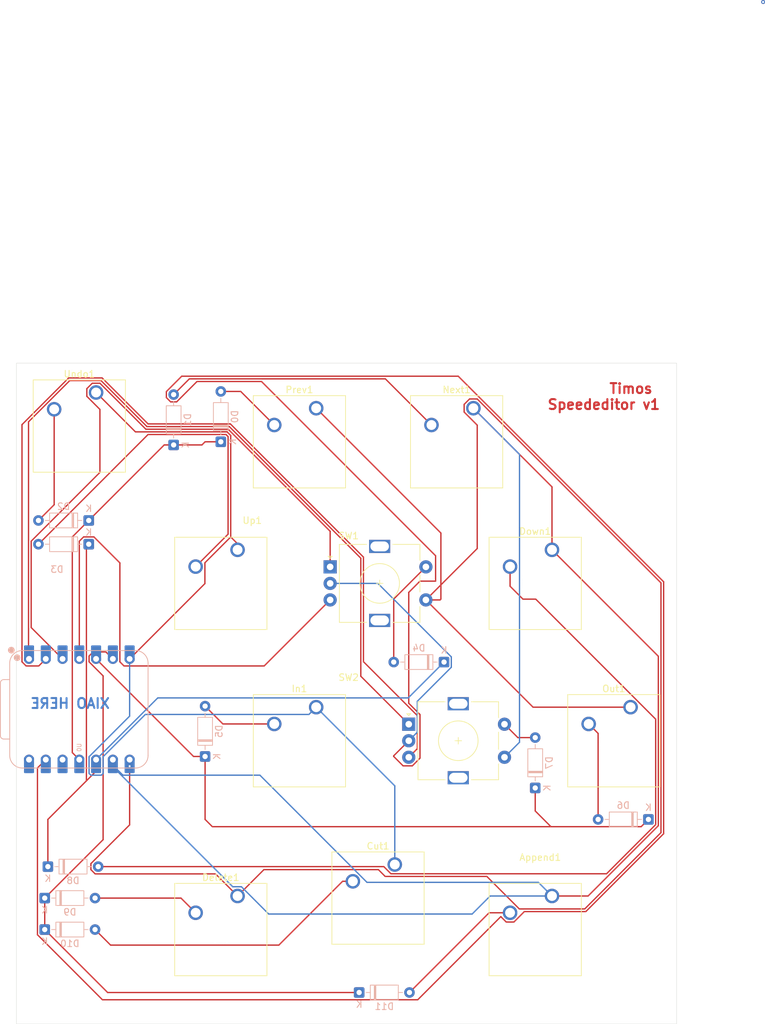
<source format=kicad_pcb>
(kicad_pcb (version 20241229) (generator "pcbnew") (generator_version "9.0")
  (layers (0 "F.Cu" signal) (2 "B.Cu" signal) (13 "F.Paste" user) (15 "B.Paste" user) (5 "F.SilkS" user "F.Silkscreen") (7 "B.SilkS" user "B.Silkscreen") (1 "F.Mask" user) (3 "B.Mask" user) (25 "Edge.Cuts" user))
  (net 0 "")
  (net 1 "Net-(D17-A)")
  (net 2 "/COL2")
  (net 3 "Net-(D6-A)")
  (net 4 "/COL0")
  (net 5 "Net-(D3-A)")
  (net 6 "/ROW0")
  (net 7 "Net-(D4-A)")
  (net 8 "/ROW1")
  (net 9 "Net-(D5-A)")
  (net 10 "/ROW2")
  (net 11 "/ROW3")
  (net 12 "Net-(D7-A)")
  (net 13 "Net-(D8-A)")
  (net 14 "Net-(D9-A)")
  (net 15 "Net-(D10-A)")
  (net 16 "Net-(D11-A)")
  (net 17 "Net-(D13-A)")
  (net 18 "Net-(D15-A)")
  (net 19 "/COL1")
  (net 20 "Net-(U1-GPIO28{slash}ADC2{slash}A2)")
  (net 21 "GND")
  (net 22 "Net-(U1-GPIO29{slash}ADC3{slash}A3)")
  (net 23 "Net-(U1-GPIO26{slash}ADC0{slash}A0)")
  (net 24 "Net-(U1-GPIO27{slash}ADC1{slash}A1)")
  (net 25 "+5V")
  (footprint "Button_Switch_Keyboard:SW_Cherry_MX_1.00u_PCB" (layer "F.Cu") (at 109.69625 54.45125)
    (property "Reference" "Down1" (at -2.54 -2.794 0) (layer "F.SilkS"))
    (property "Value" "SW_Push")
    (pad "" np_thru_hole circle (at -7.62 5.08) (size 1.7 1.7) (drill 1.7) (layers "*.Cu" "*.Mask"))
    (pad "" np_thru_hole circle (at -2.54 5.08) (size 4 4) (drill 4) (layers "*.Cu" "*.Mask"))
    (pad "" np_thru_hole circle (at 2.54 5.08) (size 1.7 1.7) (drill 1.7) (layers "*.Cu" "*.Mask"))
    (pad "1" thru_hole circle (at 0 0) (size 2.2 2.2) (drill 1.5) (layers "*.Cu" "*.Mask") (net 2 "/COL2"))
    (pad "2" thru_hole circle (at -6.35 2.54) (size 2.2 2.2) (drill 1.5) (layers "*.Cu" "*.Mask") (net 17 "Net-(D13-A)"))
  )
  (footprint "Button_Switch_Keyboard:SW_Cherry_MX_1.00u_PCB" (layer "F.Cu") (at 73.9775 78.26375)
    (property "Reference" "In1" (at -2.54 -2.794 0) (layer "F.SilkS"))
    (property "Value" "SW_Push")
    (pad "" np_thru_hole circle (at -7.62 5.08) (size 1.7 1.7) (drill 1.7) (layers "*.Cu" "*.Mask"))
    (pad "" np_thru_hole circle (at -2.54 5.08) (size 4 4) (drill 4) (layers "*.Cu" "*.Mask"))
    (pad "" np_thru_hole circle (at 2.54 5.08) (size 1.7 1.7) (drill 1.7) (layers "*.Cu" "*.Mask"))
    (pad "1" thru_hole circle (at 0 0) (size 2.2 2.2) (drill 1.5) (layers "*.Cu" "*.Mask") (net 4 "/COL0"))
    (pad "2" thru_hole circle (at -6.35 2.54) (size 2.2 2.2) (drill 1.5) (layers "*.Cu" "*.Mask") (net 9 "Net-(D5-A)"))
  )
  (footprint "Button_Switch_Keyboard:SW_Cherry_MX_1.00u_PCB" (layer "F.Cu") (at 85.88375 102.07625)
    (property "Reference" "Cut1" (at -2.54 -2.794 0) (layer "F.SilkS"))
    (property "Value" "SW_Push")
    (pad "" np_thru_hole circle (at -7.62 5.08) (size 1.7 1.7) (drill 1.7) (layers "*.Cu" "*.Mask"))
    (pad "" np_thru_hole circle (at -2.54 5.08) (size 4 4) (drill 4) (layers "*.Cu" "*.Mask"))
    (pad "" np_thru_hole circle (at 2.54 5.08) (size 1.7 1.7) (drill 1.7) (layers "*.Cu" "*.Mask"))
    (pad "1" thru_hole circle (at 0 0) (size 2.2 2.2) (drill 1.5) (layers "*.Cu" "*.Mask") (net 4 "/COL0"))
    (pad "2" thru_hole circle (at -6.35 2.54) (size 2.2 2.2) (drill 1.5) (layers "*.Cu" "*.Mask") (net 3 "Net-(D6-A)"))
  )
  (footprint "Button_Switch_Keyboard:SW_Cherry_MX_1.00u_PCB" (layer "F.Cu") (at 121.6025 78.26375)
    (property "Reference" "Out1" (at -2.54 -2.794 0) (layer "F.SilkS"))
    (property "Value" "SW_Push")
    (pad "" np_thru_hole circle (at -7.62 5.08) (size 1.7 1.7) (drill 1.7) (layers "*.Cu" "*.Mask"))
    (pad "" np_thru_hole circle (at -2.54 5.08) (size 4 4) (drill 4) (layers "*.Cu" "*.Mask"))
    (pad "" np_thru_hole circle (at 2.54 5.08) (size 1.7 1.7) (drill 1.7) (layers "*.Cu" "*.Mask"))
    (pad "1" thru_hole circle (at 0 0) (size 2.2 2.2) (drill 1.5) (layers "*.Cu" "*.Mask") (net 19 "/COL1"))
    (pad "2" thru_hole circle (at -6.35 2.54) (size 2.2 2.2) (drill 1.5) (layers "*.Cu" "*.Mask") (net 14 "Net-(D9-A)"))
  )
  (footprint "Rotary_Encoder:RotaryEncoder_Alps_EC11E-Switch_Vertical_H20mm" (layer "F.Cu") (at 88 80.84375)
    (property "Reference" "SW2" (at -9.10625 -7.08125 0) (layer "F.SilkS"))
    (property "Value" "ENC 2")
    (pad "A" thru_hole rect (at 0 0) (size 2 2) (drill 1) (layers "*.Cu" "*.Mask") (net 23 "Net-(U1-GPIO26{slash}ADC0{slash}A0)"))
    (pad "B" thru_hole circle (at 0 5) (size 2 2) (drill 1) (layers "*.Cu" "*.Mask") (net 24 "Net-(U1-GPIO27{slash}ADC1{slash}A1)"))
    (pad "C" thru_hole circle (at 0 2.5) (size 2 2) (drill 1) (layers "*.Cu" "*.Mask") (net 21 "GND"))
    (pad "MP" thru_hole rect (at 7.5 -3.1) (size 3.2 2) (drill oval 2.8 1.5) (layers "*.Cu" "*.Mask"))
    (pad "MP" thru_hole rect (at 7.5 8.1) (size 3.2 2) (drill oval 2.8 1.5) (layers "*.Cu" "*.Mask"))
    (pad "S1" thru_hole circle (at 14.5 5) (size 2 2) (drill 1) (layers "*.Cu" "*.Mask") (net 2 "/COL2"))
    (pad "S2" thru_hole circle (at 14.5 0) (size 2 2) (drill 1) (layers "*.Cu" "*.Mask") (net 18 "Net-(D15-A)"))
  )
  (footprint "Button_Switch_Keyboard:SW_Cherry_MX_1.00u_PCB" (layer "F.Cu") (at 73.9775 33.02)
    (property "Reference" "Prev1" (at -2.54 -2.794 0) (layer "F.SilkS"))
    (property "Value" "SW_Push")
    (pad "" np_thru_hole circle (at -7.62 5.08) (size 1.7 1.7) (drill 1.7) (layers "*.Cu" "*.Mask"))
    (pad "" np_thru_hole circle (at -2.54 5.08) (size 4 4) (drill 4) (layers "*.Cu" "*.Mask"))
    (pad "" np_thru_hole circle (at 2.54 5.08) (size 1.7 1.7) (drill 1.7) (layers "*.Cu" "*.Mask"))
    (pad "1" thru_hole circle (at 0 0) (size 2.2 2.2) (drill 1.5) (layers "*.Cu" "*.Mask") (net 19 "/COL1"))
    (pad "2" thru_hole circle (at -6.35 2.54) (size 2.2 2.2) (drill 1.5) (layers "*.Cu" "*.Mask") (net 12 "Net-(D7-A)"))
  )
  (footprint "Button_Switch_Keyboard:SW_Cherry_MX_1.00u_PCB" (layer "F.Cu") (at 62.07125 106.83875)
    (property "Reference" "Delete1" (at -2.54 -2.794 0) (layer "F.SilkS"))
    (property "Value" "SW_Push")
    (pad "" np_thru_hole circle (at -7.62 5.08) (size 1.7 1.7) (drill 1.7) (layers "*.Cu" "*.Mask"))
    (pad "" np_thru_hole circle (at -2.54 5.08) (size 4 4) (drill 4) (layers "*.Cu" "*.Mask"))
    (pad "" np_thru_hole circle (at 2.54 5.08) (size 1.7 1.7) (drill 1.7) (layers "*.Cu" "*.Mask"))
    (pad "1" thru_hole circle (at 0 0) (size 2.2 2.2) (drill 1.5) (layers "*.Cu" "*.Mask") (net 19 "/COL1"))
    (pad "2" thru_hole circle (at -6.35 2.54) (size 2.2 2.2) (drill 1.5) (layers "*.Cu" "*.Mask") (net 15 "Net-(D10-A)"))
  )
  (footprint "Button_Switch_Keyboard:SW_Cherry_MX_1.00u_PCB" (layer "F.Cu") (at 62.07125 54.45125)
    (property "Reference" "Up1" (at 2.2225 -4.445 0) (layer "F.SilkS"))
    (property "Value" "SW_Push")
    (pad "" np_thru_hole circle (at -7.62 5.08) (size 1.7 1.7) (drill 1.7) (layers "*.Cu" "*.Mask"))
    (pad "" np_thru_hole circle (at -2.54 5.08) (size 4 4) (drill 4) (layers "*.Cu" "*.Mask"))
    (pad "" np_thru_hole circle (at 2.54 5.08) (size 1.7 1.7) (drill 1.7) (layers "*.Cu" "*.Mask"))
    (pad "1" thru_hole circle (at 0 0) (size 2.2 2.2) (drill 1.5) (layers "*.Cu" "*.Mask") (net 4 "/COL0"))
    (pad "2" thru_hole circle (at -6.35 2.54) (size 2.2 2.2) (drill 1.5) (layers "*.Cu" "*.Mask") (net 7 "Net-(D4-A)"))
  )
  (footprint "Button_Switch_Keyboard:SW_Cherry_MX_1.00u_PCB" (layer "F.Cu") (at 40.64 30.63875)
    (property "Reference" "Undo1" (at -2.54 -2.794 0) (layer "F.SilkS"))
    (property "Value" "SW_Push")
    (pad "" np_thru_hole circle (at -7.62 5.08) (size 1.7 1.7) (drill 1.7) (layers "*.Cu" "*.Mask"))
    (pad "" np_thru_hole circle (at -2.54 5.08) (size 4 4) (drill 4) (layers "*.Cu" "*.Mask"))
    (pad "" np_thru_hole circle (at 2.54 5.08) (size 1.7 1.7) (drill 1.7) (layers "*.Cu" "*.Mask"))
    (pad "1" thru_hole circle (at 0 0) (size 2.2 2.2) (drill 1.5) (layers "*.Cu" "*.Mask") (net 4 "/COL0"))
    (pad "2" thru_hole circle (at -6.35 2.54) (size 2.2 2.2) (drill 1.5) (layers "*.Cu" "*.Mask") (net 5 "Net-(D3-A)"))
  )
  (footprint "Button_Switch_Keyboard:SW_Cherry_MX_1.00u_PCB" (layer "F.Cu") (at 109.69625 106.83875)
    (property "Reference" "Append1" (at -1.77625 -5.83875 0) (layer "F.SilkS"))
    (property "Value" "SW_Push")
    (pad "" np_thru_hole circle (at -7.62 5.08) (size 1.7 1.7) (drill 1.7) (layers "*.Cu" "*.Mask"))
    (pad "" np_thru_hole circle (at -2.54 5.08) (size 4 4) (drill 4) (layers "*.Cu" "*.Mask"))
    (pad "" np_thru_hole circle (at 2.54 5.08) (size 1.7 1.7) (drill 1.7) (layers "*.Cu" "*.Mask"))
    (pad "1" thru_hole circle (at 0 0) (size 2.2 2.2) (drill 1.5) (layers "*.Cu" "*.Mask") (net 2 "/COL2"))
    (pad "2" thru_hole circle (at -6.35 2.54) (size 2.2 2.2) (drill 1.5) (layers "*.Cu" "*.Mask") (net 1 "Net-(D17-A)"))
  )
  (footprint "Rotary_Encoder:RotaryEncoder_Alps_EC11E-Switch_Vertical_H20mm" (layer "F.Cu") (at 76.09375 57.03125)
    (property "Reference" "SW1" (at 2.8 -4.7 0) (layer "F.SilkS"))
    (property "Value" "Jog")
    (pad "A" thru_hole rect (at 0 0) (size 2 2) (drill 1) (layers "*.Cu" "*.Mask") (net 20 "Net-(U1-GPIO28{slash}ADC2{slash}A2)"))
    (pad "B" thru_hole circle (at 0 5) (size 2 2) (drill 1) (layers "*.Cu" "*.Mask") (net 22 "Net-(U1-GPIO29{slash}ADC3{slash}A3)"))
    (pad "C" thru_hole circle (at 0 2.5) (size 2 2) (drill 1) (layers "*.Cu" "*.Mask") (net 21 "GND"))
    (pad "MP" thru_hole rect (at 7.5 -3.1) (size 3.2 2) (drill oval 2.8 1.5) (layers "*.Cu" "*.Mask"))
    (pad "MP" thru_hole rect (at 7.5 8.1) (size 3.2 2) (drill oval 2.8 1.5) (layers "*.Cu" "*.Mask"))
    (pad "S1" thru_hole circle (at 14.5 5) (size 2 2) (drill 1) (layers "*.Cu" "*.Mask") (net 19 "/COL1"))
    (pad "S2" thru_hole circle (at 14.5 0) (size 2 2) (drill 1) (layers "*.Cu" "*.Mask") (net 13 "Net-(D8-A)"))
  )
  (footprint "Button_Switch_Keyboard:SW_Cherry_MX_1.00u_PCB" (layer "F.Cu") (at 97.79 33.02)
    (property "Reference" "Next1" (at -2.54 -2.794 0) (layer "F.SilkS"))
    (property "Value" "SW_Push")
    (pad "" np_thru_hole circle (at -7.62 5.08) (size 1.7 1.7) (drill 1.7) (layers "*.Cu" "*.Mask"))
    (pad "" np_thru_hole circle (at -2.54 5.08) (size 4 4) (drill 4) (layers "*.Cu" "*.Mask"))
    (pad "" np_thru_hole circle (at 2.54 5.08) (size 1.7 1.7) (drill 1.7) (layers "*.Cu" "*.Mask"))
    (pad "1" thru_hole circle (at 0 0) (size 2.2 2.2) (drill 1.5) (layers "*.Cu" "*.Mask") (net 2 "/COL2"))
    (pad "2" thru_hole circle (at -6.35 2.54) (size 2.2 2.2) (drill 1.5) (layers "*.Cu" "*.Mask") (net 16 "Net-(D11-A)"))
  )
  (footprint "Diode_THT:D_DO-35_SOD27_P7.62mm_Horizontal" (layer "B.Cu") (at 52.3875 38.57625 90)
    (property "Reference" "D1" (at 3.81 2.12 90) (layer "B.SilkS") (effects (justify mirror)))
    (property "Value" "1N4148")
    (fp_text user "K" (at 0 1.8 90) (layer "B.SilkS") (effects (justify mirror)))
    (pad "1" thru_hole roundrect (at 0 0 90) (size 1.6 1.6) (drill 0.8) (layers "*.Cu" "*.Mask") (roundrect_rratio 0.15625) (net 6 "/ROW0"))
    (pad "2" thru_hole circle (at 7.62 0 90) (size 1.6 1.6) (drill 0.8) (layers "*.Cu" "*.Mask") (net 16 "Net-(D11-A)"))
  )
  (footprint "OPL Lib:XIAO-RP2040-DIP" (layer "B.Cu") (at 38.1 78.58125 -90)
    (property "Reference" "U0" (at 5.77875 0.01 90) (layer "B.SilkS") (effects (font (size 0.635 0.635) (thickness 0.1016)) (justify mirror)))
    (property "Value" "XIAO-RP2040-DIP")
    (pad "1" smd roundrect (at -8.455 7.62 90) (size 2.432 1.524) (layers "B.Cu" "B.Mask") (roundrect_rratio 0.1) (net 23 "Net-(U1-GPIO26{slash}ADC0{slash}A0)"))
    (pad "1" thru_hole circle (at -7.62 7.62 90) (size 1.524 1.524) (drill 0.889) (layers "*.Cu" "*.Mask") (net 23 "Net-(U1-GPIO26{slash}ADC0{slash}A0)"))
    (pad "2" smd roundrect (at -8.455 5.08 90) (size 2.432 1.524) (layers "B.Cu" "B.Mask") (roundrect_rratio 0.1) (net 24 "Net-(U1-GPIO27{slash}ADC1{slash}A1)"))
    (pad "2" thru_hole circle (at -7.62 5.08 90) (size 1.524 1.524) (drill 0.889) (layers "*.Cu" "*.Mask") (net 24 "Net-(U1-GPIO27{slash}ADC1{slash}A1)"))
    (pad "3" smd roundrect (at -8.455 2.54 90) (size 2.432 1.524) (layers "B.Cu" "B.Mask") (roundrect_rratio 0.1) (net 20 "Net-(U1-GPIO28{slash}ADC2{slash}A2)"))
    (pad "3" thru_hole circle (at -7.62 2.54 90) (size 1.524 1.524) (drill 0.889) (layers "*.Cu" "*.Mask") (net 20 "Net-(U1-GPIO28{slash}ADC2{slash}A2)"))
    (pad "4" smd roundrect (at -8.455 0 90) (size 2.432 1.524) (layers "B.Cu" "B.Mask") (roundrect_rratio 0.1) (net 22 "Net-(U1-GPIO29{slash}ADC3{slash}A3)"))
    (pad "4" thru_hole circle (at -7.62 0 90) (size 1.524 1.524) (drill 0.889) (layers "*.Cu" "*.Mask") (net 22 "Net-(U1-GPIO29{slash}ADC3{slash}A3)"))
    (pad "5" smd roundrect (at -8.455 -2.54 90) (size 2.432 1.524) (layers "B.Cu" "B.Mask") (roundrect_rratio 0.1) (net 10 "/ROW2"))
    (pad "5" thru_hole circle (at -7.62 -2.54 90) (size 1.524 1.524) (drill 0.889) (layers "*.Cu" "*.Mask") (net 10 "/ROW2"))
    (pad "6" smd roundrect (at -8.455 -5.08 90) (size 2.432 1.524) (layers "B.Cu" "B.Mask") (roundrect_rratio 0.1) (net 11 "/ROW3"))
    (pad "6" thru_hole circle (at -7.62 -5.08 90) (size 1.524 1.524) (drill 0.889) (layers "*.Cu" "*.Mask") (net 11 "/ROW3"))
    (pad "7" smd roundrect (at -8.455 -7.62 90) (size 2.432 1.524) (layers "B.Cu" "B.Mask") (roundrect_rratio 0.1) (net 4 "/COL0"))
    (pad "7" thru_hole circle (at -7.62 -7.62 90) (size 1.524 1.524) (drill 0.889) (layers "*.Cu" "*.Mask") (net 4 "/COL0"))
    (pad "8" thru_hole circle (at 7.62 -7.62 270) (size 1.524 1.524) (drill 0.889) (layers "*.Cu" "*.Mask") (net 19 "/COL1"))
    (pad "8" smd roundrect (at 8.455 -7.62 270) (size 2.432 1.524) (layers "B.Cu" "B.Mask") (roundrect_rratio 0.1) (net 19 "/COL1"))
    (pad "9" thru_hole circle (at 7.62 -5.08 270) (size 1.524 1.524) (drill 0.889) (layers "*.Cu" "*.Mask") (net 2 "/COL2"))
    (pad "9" smd roundrect (at 8.455 -5.08 270) (size 2.432 1.524) (layers "B.Cu" "B.Mask") (roundrect_rratio 0.1) (net 2 "/COL2"))
    (pad "10" thru_hole circle (at 7.62 -2.54 270) (size 1.524 1.524) (drill 0.889) (layers "*.Cu" "*.Mask") (net 8 "/ROW1"))
    (pad "10" smd roundrect (at 8.455 -2.54 270) (size 2.432 1.524) (layers "B.Cu" "B.Mask") (roundrect_rratio 0.1) (net 8 "/ROW1"))
    (pad "11" thru_hole circle (at 7.62 0 270) (size 1.524 1.524) (drill 0.889) (layers "*.Cu" "*.Mask") (net 6 "/ROW0"))
    (pad "11" smd roundrect (at 8.455 0 270) (size 2.432 1.524) (layers "B.Cu" "B.Mask") (roundrect_rratio 0.1) (net 6 "/ROW0"))
    (pad "12" thru_hole circle (at 7.62 2.54 270) (size 1.524 1.524) (drill 0.889) (layers "*.Cu" "*.Mask"))
    (pad "12" smd roundrect (at 8.455 2.54 270) (size 2.432 1.524) (layers "B.Cu" "B.Mask") (roundrect_rratio 0.1))
    (pad "13" thru_hole circle (at 7.62 5.08 270) (size 1.524 1.524) (drill 0.889) (layers "*.Cu" "*.Mask") (net 21 "GND"))
    (pad "13" smd roundrect (at 8.455 5.08 270) (size 2.432 1.524) (layers "B.Cu" "B.Mask") (roundrect_rratio 0.1) (net 21 "GND"))
    (pad "14" thru_hole circle (at 7.62 7.62 270) (size 1.524 1.524) (drill 0.889) (layers "*.Cu" "*.Mask") (net 25 "+5V"))
    (pad "14" smd roundrect (at 8.455 7.62 270) (size 2.432 1.524) (layers "B.Cu" "B.Mask") (roundrect_rratio 0.1) (net 25 "+5V"))
  )
  (footprint "Diode_THT:D_DO-35_SOD27_P7.62mm_Horizontal" (layer "B.Cu") (at 107.15625 90.4875 90)
    (property "Reference" "D7" (at 3.81 2.12 90) (layer "B.SilkS") (effects (justify mirror)))
    (property "Value" "1N4148")
    (fp_text user "K" (at 0 1.8 90) (layer "B.SilkS") (effects (justify mirror)))
    (pad "1" thru_hole roundrect (at 0 0 90) (size 1.6 1.6) (drill 0.8) (layers "*.Cu" "*.Mask") (roundrect_rratio 0.15625) (net 10 "/ROW2"))
    (pad "2" thru_hole circle (at 7.62 0 90) (size 1.6 1.6) (drill 0.8) (layers "*.Cu" "*.Mask") (net 18 "Net-(D15-A)"))
  )
  (footprint "Diode_THT:D_DO-35_SOD27_P7.62mm_Horizontal" (layer "B.Cu") (at 39.52875 50.00625 180)
    (property "Reference" "D2" (at 3.81 2.12 0) (layer "B.SilkS") (effects (justify mirror)))
    (property "Value" "1N4148")
    (fp_text user "K" (at 0 1.8 0) (layer "B.SilkS") (effects (justify mirror)))
    (pad "1" thru_hole roundrect (at 0 0 180) (size 1.6 1.6) (drill 0.8) (layers "*.Cu" "*.Mask") (roundrect_rratio 0.15625) (net 6 "/ROW0"))
    (pad "2" thru_hole circle (at 7.62 0 180) (size 1.6 1.6) (drill 0.8) (layers "*.Cu" "*.Mask") (net 5 "Net-(D3-A)"))
  )
  (footprint "Diode_THT:D_DO-35_SOD27_P7.62mm_Horizontal" (layer "B.Cu") (at 32.86125 107.15625)
    (property "Reference" "D9" (at 3.81 2.12 0) (layer "B.SilkS") (effects (justify mirror)))
    (property "Value" "1N4148")
    (fp_text user "K" (at 0 1.8 0) (layer "B.SilkS") (effects (justify mirror)))
    (pad "1" thru_hole roundrect (at 0 0) (size 1.6 1.6) (drill 0.8) (layers "*.Cu" "*.Mask") (roundrect_rratio 0.15625) (net 11 "/ROW3"))
    (pad "2" thru_hole circle (at 7.62 0) (size 1.6 1.6) (drill 0.8) (layers "*.Cu" "*.Mask") (net 15 "Net-(D10-A)"))
  )
  (footprint "Diode_THT:D_DO-35_SOD27_P7.62mm_Horizontal" (layer "B.Cu") (at 124.30125 95.25 180)
    (property "Reference" "D6" (at 3.81 2.12 0) (layer "B.SilkS") (effects (justify mirror)))
    (property "Value" "1N4148")
    (fp_text user "K" (at 0 1.8 0) (layer "B.SilkS") (effects (justify mirror)))
    (pad "1" thru_hole roundrect (at 0 0 180) (size 1.6 1.6) (drill 0.8) (layers "*.Cu" "*.Mask") (roundrect_rratio 0.15625) (net 10 "/ROW2"))
    (pad "2" thru_hole circle (at 7.62 0 180) (size 1.6 1.6) (drill 0.8) (layers "*.Cu" "*.Mask") (net 14 "Net-(D9-A)"))
  )
  (footprint "Diode_THT:D_DO-35_SOD27_P7.62mm_Horizontal" (layer "B.Cu") (at 59.53125 38.1 90)
    (property "Reference" "D0" (at 3.81 2.12 90) (layer "B.SilkS") (effects (justify mirror)))
    (property "Value" "1N4148")
    (fp_text user "K" (at 0 1.8 90) (layer "B.SilkS") (effects (justify mirror)))
    (pad "1" thru_hole roundrect (at 0 0 90) (size 1.6 1.6) (drill 0.8) (layers "*.Cu" "*.Mask") (roundrect_rratio 0.15625) (net 6 "/ROW0"))
    (pad "2" thru_hole circle (at 7.62 0 90) (size 1.6 1.6) (drill 0.8) (layers "*.Cu" "*.Mask") (net 12 "Net-(D7-A)"))
  )
  (footprint "Diode_THT:D_DO-35_SOD27_P7.62mm_Horizontal" (layer "B.Cu") (at 57.15 85.725 90)
    (property "Reference" "D5" (at 3.81 2.12 90) (layer "B.SilkS") (effects (justify mirror)))
    (property "Value" "1N4148")
    (fp_text user "K" (at 0 1.8 90) (layer "B.SilkS") (effects (justify mirror)))
    (pad "1" thru_hole roundrect (at 0 0 90) (size 1.6 1.6) (drill 0.8) (layers "*.Cu" "*.Mask") (roundrect_rratio 0.15625) (net 10 "/ROW2"))
    (pad "2" thru_hole circle (at 7.62 0 90) (size 1.6 1.6) (drill 0.8) (layers "*.Cu" "*.Mask") (net 9 "Net-(D5-A)"))
  )
  (footprint "Diode_THT:D_DO-35_SOD27_P7.62mm_Horizontal" (layer "B.Cu") (at 80.48625 121.44375)
    (property "Reference" "D11" (at 3.81 2.12 0) (layer "B.SilkS") (effects (justify mirror)))
    (property "Value" "1N4148")
    (fp_text user "K" (at 0 1.8 0) (layer "B.SilkS") (effects (justify mirror)))
    (pad "1" thru_hole roundrect (at 0 0) (size 1.6 1.6) (drill 0.8) (layers "*.Cu" "*.Mask") (roundrect_rratio 0.15625) (net 11 "/ROW3"))
    (pad "2" thru_hole circle (at 7.62 0) (size 1.6 1.6) (drill 0.8) (layers "*.Cu" "*.Mask") (net 1 "Net-(D17-A)"))
  )
  (footprint "Diode_THT:D_DO-35_SOD27_P7.62mm_Horizontal" (layer "B.Cu") (at 93.345 71.4375 180)
    (property "Reference" "D4" (at 3.81 2.12 0) (layer "B.SilkS") (effects (justify mirror)))
    (property "Value" "1N4148")
    (fp_text user "K" (at 0 1.8 0) (layer "B.SilkS") (effects (justify mirror)))
    (pad "1" thru_hole roundrect (at 0 0 180) (size 1.6 1.6) (drill 0.8) (layers "*.Cu" "*.Mask") (roundrect_rratio 0.15625) (net 8 "/ROW1"))
    (pad "2" thru_hole circle (at 7.62 0 180) (size 1.6 1.6) (drill 0.8) (layers "*.Cu" "*.Mask") (net 13 "Net-(D8-A)"))
  )
  (footprint "Diode_THT:D_DO-35_SOD27_P7.62mm_Horizontal" (layer "B.Cu") (at 32.86125 111.91875)
    (property "Reference" "D10" (at 3.81 2.12 0) (layer "B.SilkS") (effects (justify mirror)))
    (property "Value" "1N4148")
    (fp_text user "K" (at 0 1.8 0) (layer "B.SilkS") (effects (justify mirror)))
    (pad "1" thru_hole roundrect (at 0 0) (size 1.6 1.6) (drill 0.8) (layers "*.Cu" "*.Mask") (roundrect_rratio 0.15625) (net 11 "/ROW3"))
    (pad "2" thru_hole circle (at 7.62 0) (size 1.6 1.6) (drill 0.8) (layers "*.Cu" "*.Mask") (net 3 "Net-(D6-A)"))
  )
  (footprint "Diode_THT:D_DO-35_SOD27_P7.62mm_Horizontal" (layer "B.Cu") (at 39.52875 53.6 180)
    (property "Reference" "D3" (at 4.80875 -3.81 0) (layer "B.SilkS") (effects (justify mirror)))
    (property "Value" "1N4148")
    (fp_text user "K" (at 0 1.8 0) (layer "B.SilkS") (effects (justify mirror)))
    (pad "1" thru_hole roundrect (at 0 0 180) (size 1.6 1.6) (drill 0.8) (layers "*.Cu" "*.Mask") (roundrect_rratio 0.15625) (net 8 "/ROW1"))
    (pad "2" thru_hole circle (at 7.62 0 180) (size 1.6 1.6) (drill 0.8) (layers "*.Cu" "*.Mask") (net 7 "Net-(D4-A)"))
  )
  (footprint "Diode_THT:D_DO-35_SOD27_P7.62mm_Horizontal" (layer "B.Cu") (at 33.3375 102.39375)
    (property "Reference" "D8" (at 3.81 2.12 0) (layer "B.SilkS") (effects (justify mirror)))
    (property "Value" "1N4148")
    (fp_text user "K" (at 0 1.8 0) (layer "B.SilkS") (effects (justify mirror)))
    (pad "1" thru_hole roundrect (at 0 0) (size 1.6 1.6) (drill 0.8) (layers "*.Cu" "*.Mask") (roundrect_rratio 0.15625) (net 8 "/ROW1"))
    (pad "2" thru_hole circle (at 7.62 0) (size 1.6 1.6) (drill 0.8) (layers "*.Cu" "*.Mask") (net 17 "Net-(D13-A)"))
  )
  (gr_rect (start 28.575 26.19375) (end 128.575 126.19375) (stroke (width 0.05)) (fill no) (layer "Edge.Cuts"))
  (gr_text "Timos \nSpeededitor v1" (at 126.20625 33.3375 0) (layer "F.Cu") (effects (font (size 1.5 1.5) (thickness 0.3) (bold yes)) (justify right bottom)))
  (gr_text "XIAO HERE" (at 42.8625 78.58125 -0) (layer "B.Cu") (effects (font (size 1.5 1.5) (thickness 0.3) (bold yes)) (justify left bottom mirror)))
  (via (at 141.68 -28.46) (size 0.6) (drill 0.3) (layers "F.Cu" "B.Cu") (net 0))
  (segment (start 103.34625 109.37875) (end 100.17125 109.37875) (width 0.2) (layer "F.Cu") (net 1))
  (segment (start 100.17125 109.37875) (end 88.10625 121.44375) (width 0.2) (layer "F.Cu") (net 1))
  (segment (start 109.69625 44.92625) (end 97.79 33.02) (width 0.2) (layer "F.Cu") (net 2))
  (segment (start 109.69625 54.61) (end 109.5375 54.76875) (width 0.2) (layer "F.Cu") (net 2))
  (segment (start 109.69625 106.83875) (end 115.16576 106.83875) (width 0.2) (layer "F.Cu") (net 2))
  (segment (start 125.80325 96.20126) (end 125.80325 70.55825) (width 0.2) (layer "F.Cu") (net 2))
  (segment (start 115.16576 106.83875) (end 125.80325 96.20126) (width 0.2) (layer "F.Cu") (net 2))
  (segment (start 109.69625 54.45125) (end 109.69625 44.92625) (width 0.2) (layer "F.Cu") (net 2))
  (segment (start 109.69625 54.45125) (end 109.69625 54.61) (width 0.2) (layer "F.Cu") (net 2))
  (segment (start 125.80325 70.55825) (end 109.69625 54.45125) (width 0.2) (layer "F.Cu") (net 2))
  (segment (start 104.775 40.005) (end 104.775 83.56875) (width 0.2) (layer "B.Cu") (net 2))
  (segment (start 109.69625 106.83875) (end 100.33 106.83875) (width 0.2) (layer "B.Cu") (net 2))
  (segment (start 43.18 87.27888) (end 43.18 86.20125) (width 0.2) (layer "B.Cu") (net 2))
  (segment (start 65.452064 88.55325) (end 44.697 88.55325) (width 0.2) (layer "B.Cu") (net 2))
  (segment (start 97.79 33.02) (end 104.775 40.005) (width 0.2) (layer "B.Cu") (net 2))
  (segment (start 104.775 83.56875) (end 102.5 85.84375) (width 0.2) (layer "B.Cu") (net 2))
  (segment (start 61.33887 105.43775) (end 43.18 87.27888) (width 0.2) (layer "B.Cu") (net 2))
  (segment (start 81.673814 104.775) (end 65.452064 88.55325) (width 0.2) (layer "B.Cu") (net 2))
  (segment (start 109.69625 106.83875) (end 107.6325 104.775) (width 0.2) (layer "B.Cu") (net 2))
  (segment (start 66.781564 109.56775) (end 62.651564 105.43775) (width 0.2) (layer "B.Cu") (net 2))
  (segment (start 97.601 109.56775) (end 66.781564 109.56775) (width 0.2) (layer "B.Cu") (net 2))
  (segment (start 107.6325 104.775) (end 81.673814 104.775) (width 0.2) (layer "B.Cu") (net 2))
  (segment (start 62.651564 105.43775) (end 61.33887 105.43775) (width 0.2) (layer "B.Cu") (net 2))
  (segment (start 100.33 106.83875) (end 97.601 109.56775) (width 0.2) (layer "B.Cu") (net 2))
  (segment (start 44.697 88.55325) (end 43.18 87.03625) (width 0.2) (layer "B.Cu") (net 2))
  (segment (start 77.978116 104.61625) (end 79.53375 104.61625) (width 0.2) (layer "F.Cu") (net 3))
  (segment (start 42.83225 114.26975) (end 68.324616 114.26975) (width 0.2) (layer "F.Cu") (net 3))
  (segment (start 68.324616 114.26975) (end 77.978116 104.61625) (width 0.2) (layer "F.Cu") (net 3))
  (segment (start 40.48125 111.91875) (end 42.83225 114.26975) (width 0.2) (layer "F.Cu") (net 3))
  (segment (start 62.07125 53.537936) (end 61.03325 52.499936) (width 0.2) (layer "F.Cu") (net 4))
  (segment (start 40.64 30.63875) (end 46.59925 36.598) (width 0.2) (layer "F.Cu") (net 4))
  (segment (start 62.07125 54.45125) (end 62.07125 53.537936) (width 0.2) (layer "F.Cu") (net 4))
  (segment (start 46.59925 36.598) (end 60.48251 36.598) (width 0.2) (layer "F.Cu") (net 4))
  (segment (start 61.03325 37.14874) (end 61.03325 52.499936) (width 0.2) (layer "F.Cu") (net 4))
  (segment (start 61.03325 52.499936) (end 57.12225 56.410936) (width 0.2) (layer "F.Cu") (net 4))
  (segment (start 57.12225 56.410936) (end 57.12225 59.559) (width 0.2) (layer "F.Cu") (net 4))
  (segment (start 57.12225 59.559) (end 45.72 70.96125) (width 0.2) (layer "F.Cu") (net 4))
  (segment (start 60.48251 36.598) (end 61.03325 37.14874) (width 0.2) (layer "F.Cu") (net 4))
  (segment (start 85.88375 90.17) (end 73.9775 78.26375) (width 0.2) (layer "B.Cu") (net 4))
  (segment (start 48.100191 79.363749) (end 72.877501 79.363749) (width 0.2) (layer "B.Cu") (net 4))
  (segment (start 39.838374 88.55325) (end 41.441626 88.55325) (width 0.2) (layer "B.Cu") (net 4))
  (segment (start 45.72 70.96125) (end 45.72 79.61794) (width 0.2) (layer "B.Cu") (net 4))
  (segment (start 45.72 79.61794) (end 39.577 85.76094) (width 0.2) (layer "B.Cu") (net 4))
  (segment (start 41.441626 88.55325) (end 41.703 88.291876) (width 0.2) (layer "B.Cu") (net 4))
  (segment (start 41.703 88.291876) (end 41.703 85.76094) (width 0.2) (layer "B.Cu") (net 4))
  (segment (start 39.577 85.76094) (end 39.577 88.291876) (width 0.2) (layer "B.Cu") (net 4))
  (segment (start 85.88375 102.07625) (end 85.88375 90.17) (width 0.2) (layer "B.Cu") (net 4))
  (segment (start 41.703 85.76094) (end 48.100191 79.363749) (width 0.2) (layer "B.Cu") (net 4))
  (segment (start 39.577 88.291876) (end 39.838374 88.55325) (width 0.2) (layer "B.Cu") (net 4))
  (segment (start 72.877501 79.363749) (end 73.9775 78.26375) (width 0.2) (layer "B.Cu") (net 4))
  (segment (start 34.29 47.625) (end 34.29 33.17875) (width 0.2) (layer "F.Cu") (net 5))
  (segment (start 31.90875 50.00625) (end 34.29 47.625) (width 0.2) (layer "F.Cu") (net 5))
  (segment (start 39.52875 50.00625) (end 37.037 52.498) (width 0.2) (layer "F.Cu") (net 6))
  (segment (start 37.037 85.13825) (end 38.1 86.20125) (width 0.2) (layer "F.Cu") (net 6))
  (segment (start 50.95875 38.57625) (end 39.52875 50.00625) (width 0.2) (layer "F.Cu") (net 6))
  (segment (start 52.3875 38.57625) (end 50.95875 38.57625) (width 0.2) (layer "F.Cu") (net 6))
  (segment (start 59.53125 38.1) (end 57.15 38.1) (width 0.2) (layer "F.Cu") (net 6))
  (segment (start 37.037 52.498) (end 37.037 85.13825) (width 0.2) (layer "F.Cu") (net 6))
  (segment (start 56.67375 38.57625) (end 52.3875 38.57625) (width 0.2) (layer "F.Cu") (net 6))
  (segment (start 57.15 38.1) (end 56.67375 38.57625) (width 0.2) (layer "F.Cu") (net 6))
  (segment (start 48.50975 36.999) (end 60.31641 36.999) (width 0.2) (layer "F.Cu") (net 7))
  (segment (start 60.63225 37.31484) (end 60.63225 52.08025) (width 0.2) (layer "F.Cu") (net 7))
  (segment (start 60.31641 36.999) (end 60.63225 37.31484) (width 0.2) (layer "F.Cu") (net 7))
  (segment (start 31.90875 53.6) (end 48.50975 36.999) (width 0.2) (layer "F.Cu") (net 7))
  (segment (start 60.63225 52.08025) (end 55.72125 56.99125) (width 0.2) (layer "F.Cu") (net 7))
  (segment (start 40.64 86.20125) (end 40.64 87.9475) (width 0.2) (layer "F.Cu") (net 8))
  (segment (start 33.3375 102.39375) (end 33.3375 95.25) (width 0.2) (layer "F.Cu") (net 8))
  (segment (start 40.64 87.9475) (end 39.176 89.4115) (width 0.2) (layer "F.Cu") (net 8))
  (segment (start 39.176 89.4115) (end 39.176 53.95275) (width 0.2) (layer "F.Cu") (net 8))
  (segment (start 39.176 53.95275) (end 39.52875 53.6) (width 0.2) (layer "F.Cu") (net 8))
  (segment (start 33.3375 95.25) (end 39.176 89.4115) (width 0.2) (layer "F.Cu") (net 8))
  (segment (start 49.9785 76.86275) (end 40.64 86.20125) (width 0.2) (layer "B.Cu") (net 8))
  (segment (start 93.345 71.4375) (end 87.91975 76.86275) (width 0.2) (layer "B.Cu") (net 8))
  (segment (start 87.91975 76.86275) (end 49.9785 76.86275) (width 0.2) (layer "B.Cu") (net 8))
  (segment (start 59.84875 80.80375) (end 57.15 78.105) (width 0.2) (layer "F.Cu") (net 9))
  (segment (start 67.6275 80.80375) (end 59.84875 80.80375) (width 0.2) (layer "F.Cu") (net 9))
  (segment (start 124.30125 95.25) (end 123.20025 96.351) (width 0.2) (layer "F.Cu") (net 10))
  (segment (start 55.40375 85.725) (end 40.64 70.96125) (width 0.2) (layer "F.Cu") (net 10))
  (segment (start 57.15 85.725) (end 55.40375 85.725) (width 0.2) (layer "F.Cu") (net 10))
  (segment (start 58.251 96.351) (end 57.15 95.25) (width 0.2) (layer "F.Cu") (net 10))
  (segment (start 57.15 95.25) (end 57.15 85.725) (width 0.2) (layer "F.Cu") (net 10))
  (segment (start 109.5375 96.351) (end 58.251 96.351) (width 0.2) (layer "F.Cu") (net 10))
  (segment (start 107.15625 90.4875) (end 107.15625 93.96975) (width 0.2) (layer "F.Cu") (net 10))
  (segment (start 123.20025 96.351) (end 109.5375 96.351) (width 0.2) (layer "F.Cu") (net 10))
  (segment (start 107.15625 93.96975) (end 109.5375 96.351) (width 0.2) (layer "F.Cu") (net 10))
  (segment (start 42.38625 121.44375) (end 32.86125 111.91875) (width 0.2) (layer "F.Cu") (net 11))
  (segment (start 39.577 71.40156) (end 39.577 70.52094) (width 0.2) (layer "F.Cu") (net 11))
  (segment (start 39.577 70.52094) (end 40.19969 69.89825) (width 0.2) (layer "F.Cu") (net 11))
  (segment (start 40.19969 69.89825) (end 42.117 69.89825) (width 0.2) (layer "F.Cu") (net 11))
  (segment (start 42.117 69.89825) (end 43.18 70.96125) (width 0.2) (layer "F.Cu") (net 11))
  (segment (start 32.86125 111.91875) (end 32.86125 107.15625) (width 0.2) (layer "F.Cu") (net 11))
  (segment (start 41.703 98.3145) (end 41.703 73.52756) (width 0.2) (layer "F.Cu") (net 11))
  (segment (start 32.86125 107.15625) (end 41.703 98.3145) (width 0.2) (layer "F.Cu") (net 11))
  (segment (start 80.48625 121.44375) (end 42.38625 121.44375) (width 0.2) (layer "F.Cu") (net 11))
  (segment (start 41.703 73.52756) (end 39.577 71.40156) (width 0.2) (layer "F.Cu") (net 11))
  (segment (start 62.5475 30.48) (end 67.6275 35.56) (width 0.2) (layer "F.Cu") (net 12))
  (segment (start 59.53125 30.48) (end 62.5475 30.48) (width 0.2) (layer "F.Cu") (net 12))
  (segment (start 90.59375 57.03125) (end 85.725 61.9) (width 0.2) (layer "F.Cu") (net 13))
  (segment (start 85.725 61.9) (end 85.725 71.4375) (width 0.2) (layer "F.Cu") (net 13))
  (segment (start 115.2525 80.80375) (end 116.68125 82.2325) (width 0.2) (layer "F.Cu") (net 14))
  (segment (start 116.68125 82.2325) (end 116.68125 95.25) (width 0.2) (layer "F.Cu") (net 14))
  (segment (start 40.48125 107.15625) (end 53.49875 107.15625) (width 0.2) (layer "F.Cu") (net 15))
  (segment (start 53.49875 107.15625) (end 55.72125 109.37875) (width 0.2) (layer "F.Cu") (net 15))
  (segment (start 54.76875 28.575) (end 52.3875 30.95625) (width 0.2) (layer "F.Cu") (net 16))
  (segment (start 91.44 35.56) (end 84.455 28.575) (width 0.2) (layer "F.Cu") (net 16))
  (segment (start 84.455 28.575) (end 54.76875 28.575) (width 0.2) (layer "F.Cu") (net 16))
  (segment (start 84.219936 102.39375) (end 85.303436 103.47725) (width 0.2) (layer "F.Cu") (net 17))
  (segment (start 103.34625 59.95972) (end 103.34625 56.99125) (width 0.2) (layer "F.Cu") (net 17))
  (segment (start 105.29903 61.9125) (end 103.34625 59.95972) (width 0.2) (layer "F.Cu") (net 17))
  (segment (start 117.96016 103.47725) (end 125.40225 96.03516) (width 0.2) (layer "F.Cu") (net 17))
  (segment (start 107.232564 61.9125) (end 105.29903 61.9125) (width 0.2) (layer "F.Cu") (net 17))
  (segment (start 125.40225 96.03516) (end 125.40225 80.082186) (width 0.2) (layer "F.Cu") (net 17))
  (segment (start 40.9575 102.39375) (end 84.219936 102.39375) (width 0.2) (layer "F.Cu") (net 17))
  (segment (start 85.303436 103.47725) (end 117.96016 103.47725) (width 0.2) (layer "F.Cu") (net 17))
  (segment (start 125.40225 80.082186) (end 107.232564 61.9125) (width 0.2) (layer "F.Cu") (net 17))
  (segment (start 104.52375 82.8675) (end 102.5 80.84375) (width 0.2) (layer "F.Cu") (net 18))
  (segment (start 107.15625 82.8675) (end 104.52375 82.8675) (width 0.2) (layer "F.Cu") (net 18))
  (segment (start 97.209686 31.619) (end 98.370314 31.619) (width 0.2) (layer "F.Cu") (net 19))
  (segment (start 96.389 32.439686) (end 97.209686 31.619) (width 0.2) (layer "F.Cu") (net 19))
  (segment (start 98.370314 35.581628) (end 96.389 33.600314) (width 0.2) (layer "F.Cu") (net 19))
  (segment (start 104.74725 108.798436) (end 99.827064 103.87825) (width 0.2) (layer "F.Cu") (net 19))
  (segment (start 62.07125 106.83875) (end 58.72725 103.49475) (width 0.2) (layer "F.Cu") (net 19))
  (segment (start 106.82625 78.26375) (end 90.59375 62.03125) (width 0.2) (layer "F.Cu") (net 19))
  (segment (start 121.6025 78.26375) (end 106.82625 78.26375) (width 0.2) (layer "F.Cu") (net 19))
  (segment (start 83.3988 102.8498) (end 66.0602 102.8498) (width 0.2) (layer "F.Cu") (net 19))
  (segment (start 39.8565 102.8498) (end 39.8565 101.9377) (width 0.2) (layer "F.Cu") (net 19))
  (segment (start 39.8565 101.9377) (end 45.72 96.0742) (width 0.2) (layer "F.Cu") (net 19))
  (segment (start 96.389 33.600314) (end 96.389 32.439686) (width 0.2) (layer "F.Cu") (net 19))
  (segment (start 40.50145 103.49475) (end 39.8565 102.8498) (width 0.2) (layer "F.Cu") (net 19))
  (segment (start 98.370314 54.254686) (end 98.370314 35.581628) (width 0.2) (layer "F.Cu") (net 19))
  (segment (start 92.86875 61.9125) (end 92.75 62.03125) (width 0.2) (layer "F.Cu") (net 19))
  (segment (start 73.9775 33.02) (end 92.86875 51.91125) (width 0.2) (layer "F.Cu") (net 19))
  (segment (start 126.20425 97.24722) (end 114.653034 108.798436) (width 0.2) (layer "F.Cu") (net 19))
  (segment (start 92.86875 51.91125) (end 92.86875 61.9125) (width 0.2) (layer "F.Cu") (net 19))
  (segment (start 90.59375 62.03125) (end 98.370314 54.254686) (width 0.2) (layer "F.Cu") (net 19))
  (segment (start 84.42725 103.87825) (end 83.3988 102.8498) (width 0.2) (layer "F.Cu") (net 19))
  (segment (start 126.20425 59.452936) (end 126.20425 97.24722) (width 0.2) (layer "F.Cu") (net 19))
  (segment (start 92.75 62.03125) (end 90.59375 62.03125) (width 0.2) (layer "F.Cu") (net 19))
  (segment (start 58.72725 103.49475) (end 40.50145 103.49475) (width 0.2) (layer "F.Cu") (net 19))
  (segment (start 66.0602 102.8498) (end 62.07125 106.83875) (width 0.2) (layer "F.Cu") (net 19))
  (segment (start 98.370314 31.619) (end 126.20425 59.452936) (width 0.2) (layer "F.Cu") (net 19))
  (segment (start 45.72 96.0742) (end 45.72 87.19575) (width 0.2) (layer "F.Cu") (net 19))
  (segment (start 99.827064 103.87825) (end 84.42725 103.87825) (width 0.2) (layer "F.Cu") (net 19))
  (segment (start 114.653034 108.798436) (end 104.74725 108.798436) (width 0.2) (layer "F.Cu") (net 19))
  (via (at 45.72 87.19575) (size 0.6) (drill 0.3) (layers "F.Cu" "B.Cu") (net 19))
  (segment (start 35.56 70.96125) (end 30.80775 66.209) (width 0.2) (layer "F.Cu") (net 20))
  (segment (start 76.09375 51.64214) (end 76.09375 57.03125) (width 0.2) (layer "F.Cu") (net 20))
  (segment (start 60.64861 36.197) (end 76.09375 51.64214) (width 0.2) (layer "F.Cu") (net 20))
  (segment (start 41.220314 42.731386) (end 41.220314 33.200378) (width 0.2) (layer "F.Cu") (net 20))
  (segment (start 30.80775 53.14395) (end 41.220314 42.731386) (width 0.2) (layer "F.Cu") (net 20))
  (segment (start 39.239 31.219064) (end 39.239 30.058436) (width 0.2) (layer "F.Cu") (net 20))
  (segment (start 41.220314 33.200378) (end 39.239 31.219064) (width 0.2) (layer "F.Cu") (net 20))
  (segment (start 40.059686 29.23775) (end 41.220314 29.23775) (width 0.2) (layer "F.Cu") (net 20))
  (segment (start 39.239 30.058436) (end 40.059686 29.23775) (width 0.2) (layer "F.Cu") (net 20))
  (segment (start 48.179564 36.197) (end 60.64861 36.197) (width 0.2) (layer "F.Cu") (net 20))
  (segment (start 41.220314 29.23775) (end 48.179564 36.197) (width 0.2) (layer "F.Cu") (net 20))
  (segment (start 30.80775 66.209) (end 30.80775 53.14395) (width 0.2) (layer "F.Cu") (net 20))
  (segment (start 92.06675 55.34772) (end 92.06675 59.18915) (width 0.2) (layer "F.Cu") (net 21))
  (segment (start 55.9248 28.976) (end 65.69503 28.976) (width 0.2) (layer "F.Cu") (net 21))
  (segment (start 31.76025 112.70391) (end 41.60109 122.54475) (width 0.2) (layer "F.Cu") (net 21))
  (segment (start 85.725 85.725) (end 85.725 85.61875) (width 0.2) (layer "F.Cu") (net 21))
  (segment (start 102.765936 110.77975) (end 103.926564 110.77975) (width 0.2) (layer "F.Cu") (net 21))
  (segment (start 51.2865 31.4123) (end 51.93145 32.05725) (width 0.2) (layer "F.Cu") (net 21))
  (segment (start 85.725 85.61875) (end 88 83.34375) (width 0.2) (layer "F.Cu") (net 21))
  (segment (start 87.14475 87.14475) (end 85.725 85.725) (width 0.2) (layer "F.Cu") (net 21))
  (segment (start 126.60525 59.286836) (end 95.492414 28.174) (width 0.2) (layer "F.Cu") (net 21))
  (segment (start 31.76025 87.461) (end 31.76025 112.70391) (width 0.2) (layer "F.Cu") (net 21))
  (segment (start 65.69503 28.976) (end 92.06675 55.34772) (width 0.2) (layer "F.Cu") (net 21))
  (segment (start 89.359564 122.54475) (end 101.94525 109.959064) (width 0.2) (layer "F.Cu") (net 21))
  (segment (start 101.94525 109.959064) (end 102.765936 110.77975) (width 0.2) (layer "F.Cu") (net 21))
  (segment (start 92.06675 59.18915) (end 89.69965 59.18915) (width 0.2) (layer "F.Cu") (net 21))
  (segment (start 88.538892 87.14475) (end 87.14475 87.14475) (width 0.2) (layer "F.Cu") (net 21))
  (segment (start 41.60109 122.54475) (end 89.359564 122.54475) (width 0.2) (layer "F.Cu") (net 21))
  (segment (start 53.6127 28.174) (end 51.2865 30.5002) (width 0.2) (layer "F.Cu") (net 21))
  (segment (start 103.926564 110.77975) (end 105.506878 109.199436) (width 0.2) (layer "F.Cu") (net 21))
  (segment (start 51.2865 30.5002) (end 51.2865 31.4123) (width 0.2) (layer "F.Cu") (net 21))
  (segment (start 88 77.67465) (end 89.702 79.37665) (width 0.2) (layer "F.Cu") (net 21))
  (segment (start 33.02 86.20125) (end 31.76025 87.461) (width 0.2) (layer "F.Cu") (net 21))
  (segment (start 105.506878 109.199436) (end 114.819134 109.199436) (width 0.2) (layer "F.Cu") (net 21))
  (segment (start 126.60525 97.41332) (end 126.60525 59.286836) (width 0.2) (layer "F.Cu") (net 21))
  (segment (start 52.84355 32.05725) (end 55.9248 28.976) (width 0.2) (layer "F.Cu") (net 21))
  (segment (start 89.702 85.981642) (end 88.538892 87.14475) (width 0.2) (layer "F.Cu") (net 21))
  (segment (start 114.819134 109.199436) (end 126.60525 97.41332) (width 0.2) (layer "F.Cu") (net 21))
  (segment (start 89.69965 59.18915) (end 88 60.8888) (width 0.2) (layer "F.Cu") (net 21))
  (segment (start 89.702 79.37665) (end 89.702 85.981642) (width 0.2) (layer "F.Cu") (net 21))
  (segment (start 95.492414 28.174) (end 53.6127 28.174) (width 0.2) (layer "F.Cu") (net 21))
  (segment (start 88 60.8888) (end 88 77.67465) (width 0.2) (layer "F.Cu") (net 21))
  (segment (start 51.93145 32.05725) (end 52.84355 32.05725) (width 0.2) (layer "F.Cu") (net 21))
  (segment (start 89.301 77.36766) (end 89.301 82.04275) (width 0.2) (layer "B.Cu") (net 21))
  (segment (start 76.09375 59.53125) (end 83.32491 59.53125) (width 0.2) (layer "B.Cu") (net 21))
  (segment (start 83.32491 59.53125) (end 94.446 70.65234) (width 0.2) (layer "B.Cu") (net 21))
  (segment (start 94.446 72.22266) (end 89.301 77.36766) (width 0.2) (layer "B.Cu") (net 21))
  (segment (start 94.446 70.65234) (end 94.446 72.22266) (width 0.2) (layer "B.Cu") (net 21))
  (segment (start 89.301 82.04275) (end 88 83.34375) (width 0.2) (layer "B.Cu") (net 21))
  (segment (start 44.243 71.40156) (end 44.243 56.42809) (width 0.2) (layer "F.Cu") (net 22))
  (segment (start 40.31391 52.499) (end 38.74359 52.499) (width 0.2) (layer "F.Cu") (net 22))
  (segment (start 66.10075 72.02425) (end 44.86569 72.02425) (width 0.2) (layer "F.Cu") (net 22))
  (segment (start 44.86569 72.02425) (end 44.243 71.40156) (width 0.2) (layer "F.Cu") (net 22))
  (segment (start 44.243 56.42809) (end 40.31391 52.499) (width 0.2) (layer "F.Cu") (net 22))
  (segment (start 38.1 53.14259) (end 38.1 70.96125) (width 0.2) (layer "F.Cu") (net 22))
  (segment (start 38.74359 52.499) (end 38.1 53.14259) (width 0.2) (layer "F.Cu") (net 22))
  (segment (start 76.09375 62.03125) (end 66.10075 72.02425) (width 0.2) (layer "F.Cu") (net 22))
  (segment (start 60.81471 35.796) (end 80.7375 55.71879) (width 0.2) (layer "F.Cu") (net 23))
  (segment (start 41.386414 28.83675) (end 48.345664 35.796) (width 0.2) (layer "F.Cu") (net 23))
  (segment (start 30.48 70.96125) (end 30.40675 70.888) (width 0.2) (layer "F.Cu") (net 23))
  (segment (start 80.7375 55.71879) (end 80.7375 73.58125) (width 0.2) (layer "F.Cu") (net 23))
  (segment (start 48.345664 35.796) (end 60.81471 35.796) (width 0.2) (layer "F.Cu") (net 23))
  (segment (start 30.40675 35.080686) (end 36.650686 28.83675) (width 0.2) (layer "F.Cu") (net 23))
  (segment (start 30.40675 70.888) (end 30.40675 35.080686) (width 0.2) (layer "F.Cu") (net 23))
  (segment (start 36.650686 28.83675) (end 41.386414 28.83675) (width 0.2) (layer "F.Cu") (net 23))
  (segment (start 80.7375 73.58125) (end 88 80.84375) (width 0.2) (layer "F.Cu") (net 23))
  (segment (start 81.1385 71.38025) (end 89.301 79.54275) (width 0.2) (layer "F.Cu") (net 24))
  (segment (start 81.1385 55.55269) (end 81.1385 71.38025) (width 0.2) (layer "F.Cu") (net 24))
  (segment (start 36.484586 28.43575) (end 41.552514 28.43575) (width 0.2) (layer "F.Cu") (net 24))
  (segment (start 33.02 70.96125) (end 31.957 72.02425) (width 0.2) (layer "F.Cu") (net 24))
  (segment (start 41.552514 28.43575) (end 48.511764 35.395) (width 0.2) (layer "F.Cu") (net 24))
  (segment (start 89.301 84.54275) (end 88 85.84375) (width 0.2) (layer "F.Cu") (net 24))
  (segment (start 29.417 35.503336) (end 36.484586 28.43575) (width 0.2) (layer "F.Cu") (net 24))
  (segment (start 60.98081 35.395) (end 81.1385 55.55269) (width 0.2) (layer "F.Cu") (net 24))
  (segment (start 48.511764 35.395) (end 60.98081 35.395) (width 0.2) (layer "F.Cu") (net 24))
  (segment (start 89.301 79.54275) (end 89.301 84.54275) (width 0.2) (layer "F.Cu") (net 24))
  (segment (start 29.417 71.40156) (end 29.417 35.503336) (width 0.2) (layer "F.Cu") (net 24))
  (segment (start 30.03969 72.02425) (end 29.417 71.40156) (width 0.2) (layer "F.Cu") (net 24))
  (segment (start 31.957 72.02425) (end 30.03969 72.02425) (width 0.2) (layer "F.Cu") (net 24))
)
</source>
